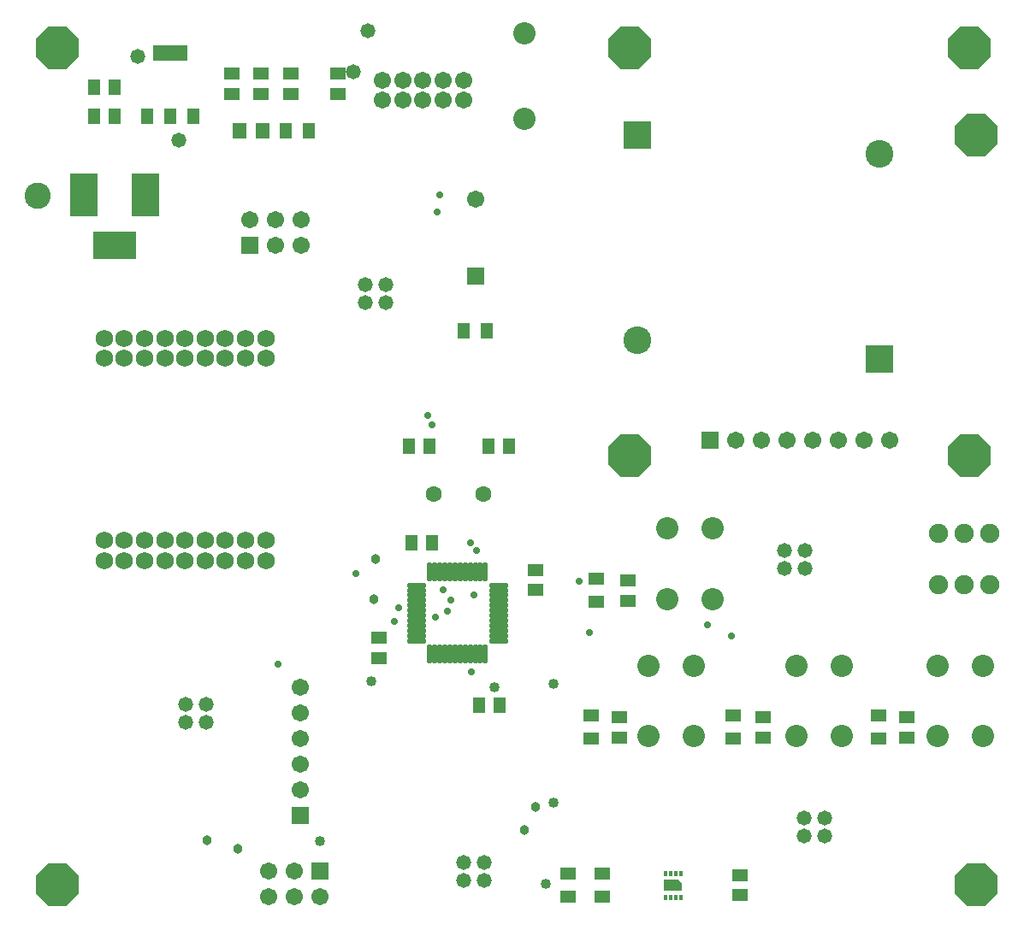
<source format=gts>
G04*
G04 #@! TF.GenerationSoftware,Altium Limited,Altium Designer,19.0.15 (446)*
G04*
G04 Layer_Color=8388736*
%FSTAX24Y24*%
%MOIN*%
G70*
G01*
G75*
%ADD34R,0.0513X0.0630*%
%ADD35R,0.0630X0.0513*%
%ADD36R,0.0630X0.0474*%
%ADD37R,0.1379X0.0611*%
%ADD38R,0.0454X0.0611*%
%ADD39R,0.0580X0.0630*%
%ADD40R,0.0474X0.0630*%
%ADD41O,0.0769X0.0198*%
%ADD42O,0.0198X0.0769*%
%ADD43R,0.0118X0.0236*%
%ADD44R,0.1080X0.1680*%
%ADD45R,0.1680X0.1080*%
%ADD46C,0.0680*%
%ADD47C,0.0671*%
%ADD48R,0.0671X0.0671*%
%ADD49C,0.0867*%
%ADD50C,0.1080*%
%ADD51R,0.1080X0.1080*%
%ADD52R,0.0671X0.0671*%
%ADD53P,0.1791X8X22.5*%
%ADD54C,0.0749*%
%ADD55C,0.0631*%
%ADD56C,0.0280*%
%ADD57C,0.1025*%
%ADD58C,0.0580*%
%ADD59C,0.0380*%
%ADD60C,0.0400*%
G36*
X035766Y015492D02*
X035768Y015491D01*
X03577Y015489D01*
X035885Y015375D01*
X035886Y015373D01*
X035887Y015371D01*
X035887Y015368D01*
Y015093D01*
X035887Y01509D01*
X035886Y015088D01*
X035885Y015086D01*
X035883Y015084D01*
X03588Y015083D01*
X035878Y015083D01*
X035206D01*
X035204Y015083D01*
X035201Y015084D01*
X035199Y015086D01*
X035198Y015088D01*
X035197Y01509D01*
X035196Y015093D01*
Y015476D01*
X035197Y015479D01*
X035198Y015481D01*
X035199Y015483D01*
X035205Y015489D01*
X035207Y015491D01*
X03521Y015492D01*
X035212Y015492D01*
X035763D01*
X035766Y015492D01*
D02*
G37*
D34*
X025356Y02865D02*
D03*
X026144D02*
D03*
X013006Y04526D02*
D03*
X013794D02*
D03*
X013006Y046393D02*
D03*
X013794D02*
D03*
X028006Y0223D02*
D03*
X028794D02*
D03*
X02605Y0324D02*
D03*
X025263D02*
D03*
X028356D02*
D03*
X029144D02*
D03*
D35*
X03815Y015687D02*
D03*
Y0149D02*
D03*
X0338Y02639D02*
D03*
Y027178D02*
D03*
X04465Y02104D02*
D03*
Y021828D02*
D03*
X033459Y02104D02*
D03*
Y021828D02*
D03*
X03905Y02104D02*
D03*
Y021828D02*
D03*
X0195Y046944D02*
D03*
Y046156D02*
D03*
X02065D02*
D03*
Y046944D02*
D03*
X01835Y046156D02*
D03*
Y046944D02*
D03*
X0225Y046156D02*
D03*
Y046944D02*
D03*
X0302Y026794D02*
D03*
Y027582D02*
D03*
X0241Y024944D02*
D03*
Y024156D02*
D03*
D36*
X03145Y01485D02*
D03*
Y01575D02*
D03*
X0328Y01485D02*
D03*
Y01575D02*
D03*
X03255Y026344D02*
D03*
Y027244D02*
D03*
X04355Y020994D02*
D03*
Y021894D02*
D03*
X03235Y020994D02*
D03*
Y021894D02*
D03*
X0379Y020994D02*
D03*
Y021894D02*
D03*
D37*
X01595Y04773D02*
D03*
D38*
X016852Y04527D02*
D03*
X01595D02*
D03*
X015048D02*
D03*
D39*
X018654Y044714D02*
D03*
X019554D02*
D03*
D40*
X02135Y044695D02*
D03*
X02045D02*
D03*
X0283Y0369D02*
D03*
X0274D02*
D03*
D41*
X028759Y026987D02*
D03*
Y02679D02*
D03*
Y026593D02*
D03*
Y026396D02*
D03*
Y0262D02*
D03*
Y026003D02*
D03*
Y025806D02*
D03*
Y025609D02*
D03*
Y025412D02*
D03*
Y025215D02*
D03*
Y025018D02*
D03*
Y024822D02*
D03*
X02555D02*
D03*
Y025018D02*
D03*
Y025215D02*
D03*
Y025412D02*
D03*
Y025609D02*
D03*
Y025806D02*
D03*
Y026003D02*
D03*
Y0262D02*
D03*
Y026396D02*
D03*
Y026593D02*
D03*
Y02679D02*
D03*
Y026987D02*
D03*
D42*
X028237Y0243D02*
D03*
X028041D02*
D03*
X027844D02*
D03*
X027647D02*
D03*
X02745D02*
D03*
X027253D02*
D03*
X027056D02*
D03*
X026859D02*
D03*
X026663D02*
D03*
X026466D02*
D03*
X026269D02*
D03*
X026072D02*
D03*
Y027509D02*
D03*
X026269D02*
D03*
X026466D02*
D03*
X026663D02*
D03*
X026859D02*
D03*
X027056D02*
D03*
X027253D02*
D03*
X02745D02*
D03*
X027647D02*
D03*
X027844D02*
D03*
X028041D02*
D03*
X028237D02*
D03*
D43*
X03585Y01575D02*
D03*
X035653D02*
D03*
X035456D02*
D03*
X035259D02*
D03*
Y014813D02*
D03*
X035456D02*
D03*
X035653D02*
D03*
X03585D02*
D03*
D44*
X015Y04221D02*
D03*
X0126Y0422D02*
D03*
D45*
X01381Y04023D02*
D03*
D46*
X019685Y027956D02*
D03*
X018897D02*
D03*
X01811D02*
D03*
X017323D02*
D03*
X016535D02*
D03*
X015748D02*
D03*
X01496D02*
D03*
X014173D02*
D03*
X013386D02*
D03*
X019685Y028744D02*
D03*
X018897D02*
D03*
X01811D02*
D03*
X017323D02*
D03*
X016535D02*
D03*
X015748D02*
D03*
X01496D02*
D03*
X014173D02*
D03*
X013386D02*
D03*
Y036618D02*
D03*
X014173D02*
D03*
X01496D02*
D03*
X015748D02*
D03*
X016535D02*
D03*
X017323D02*
D03*
X01811D02*
D03*
X018897D02*
D03*
X019685D02*
D03*
X013386Y03583D02*
D03*
X014173D02*
D03*
X01496D02*
D03*
X015748D02*
D03*
X016535D02*
D03*
X017323D02*
D03*
X01811D02*
D03*
X018897D02*
D03*
X019685D02*
D03*
D47*
X02103Y023D02*
D03*
Y022D02*
D03*
Y021D02*
D03*
Y02D02*
D03*
Y019D02*
D03*
X0198Y01485D02*
D03*
Y01585D02*
D03*
X0208Y01485D02*
D03*
Y01585D02*
D03*
X0218Y01485D02*
D03*
X025017Y046686D02*
D03*
Y045899D02*
D03*
X02423D02*
D03*
X025804D02*
D03*
X02423Y046686D02*
D03*
X025804D02*
D03*
X026592D02*
D03*
Y045899D02*
D03*
X027379D02*
D03*
Y046686D02*
D03*
X02105Y041229D02*
D03*
Y040229D02*
D03*
X02005Y041229D02*
D03*
Y040229D02*
D03*
X01905Y041229D02*
D03*
X02785Y04205D02*
D03*
X044Y03265D02*
D03*
X043D02*
D03*
X042D02*
D03*
X041D02*
D03*
X04D02*
D03*
X039D02*
D03*
X038D02*
D03*
D48*
X02103Y018D02*
D03*
X027855Y03905D02*
D03*
D49*
X02975Y045174D02*
D03*
Y048501D02*
D03*
X035328Y029206D02*
D03*
X0371Y02645D02*
D03*
X035328D02*
D03*
X0371Y029206D02*
D03*
X04585Y023856D02*
D03*
X047622Y0211D02*
D03*
X04585D02*
D03*
X047622Y023856D02*
D03*
X0346D02*
D03*
X036372Y0211D02*
D03*
X0346D02*
D03*
X036372Y023856D02*
D03*
X04035D02*
D03*
X042122Y0211D02*
D03*
X04035D02*
D03*
X042122Y023856D02*
D03*
D50*
X0436Y043812D02*
D03*
X03415Y03655D02*
D03*
D51*
X0436Y035812D02*
D03*
X03415Y04455D02*
D03*
D52*
X0218Y01585D02*
D03*
X01905Y040229D02*
D03*
X037Y03265D02*
D03*
D53*
X04735Y0153D02*
D03*
Y04455D02*
D03*
X01155Y0153D02*
D03*
X03385Y03205D02*
D03*
X0471D02*
D03*
Y04795D02*
D03*
X03385D02*
D03*
X01155D02*
D03*
D54*
X0479Y027D02*
D03*
X0469Y029D02*
D03*
X0459D02*
D03*
X0479D02*
D03*
X0469Y027D02*
D03*
X0459D02*
D03*
D55*
X028161Y03055D02*
D03*
X026239D02*
D03*
D56*
X0232Y02745D02*
D03*
X02615Y03325D02*
D03*
X0277Y023615D02*
D03*
X0247Y025565D02*
D03*
X02485Y026115D02*
D03*
X0278Y0266D02*
D03*
X0279Y02835D02*
D03*
X02765Y02865D02*
D03*
X037822Y025003D02*
D03*
X0323Y02515D02*
D03*
X0369Y02543D02*
D03*
X0319Y02715D02*
D03*
X02015Y02392D02*
D03*
X0269Y026415D02*
D03*
X02675Y025965D02*
D03*
X02635Y04155D02*
D03*
X02645Y04221D02*
D03*
X0266Y026815D02*
D03*
X0263Y025747D02*
D03*
X026Y0336D02*
D03*
D57*
X01079Y04217D02*
D03*
D58*
X02355Y0387D02*
D03*
X02435D02*
D03*
X02355Y038D02*
D03*
X02435D02*
D03*
X0399Y02835D02*
D03*
X0407D02*
D03*
X0399Y02765D02*
D03*
X0407D02*
D03*
X04065Y0179D02*
D03*
X04145D02*
D03*
X04065Y0172D02*
D03*
X04145D02*
D03*
X0274Y016178D02*
D03*
X0282D02*
D03*
X0274Y015479D02*
D03*
X0282D02*
D03*
X01735Y02165D02*
D03*
X01655D02*
D03*
X01735Y02235D02*
D03*
X01655D02*
D03*
X0147Y0476D02*
D03*
X0163Y04435D02*
D03*
X0231Y047D02*
D03*
X02365Y0486D02*
D03*
D59*
X0186Y0167D02*
D03*
X0174Y01705D02*
D03*
X02975Y01745D02*
D03*
X0302Y01835D02*
D03*
X02395Y028D02*
D03*
X0239Y02645D02*
D03*
D60*
X0286Y023D02*
D03*
X0238Y02325D02*
D03*
X0218Y017D02*
D03*
X0309Y02315D02*
D03*
Y0185D02*
D03*
X0306Y01535D02*
D03*
M02*

</source>
